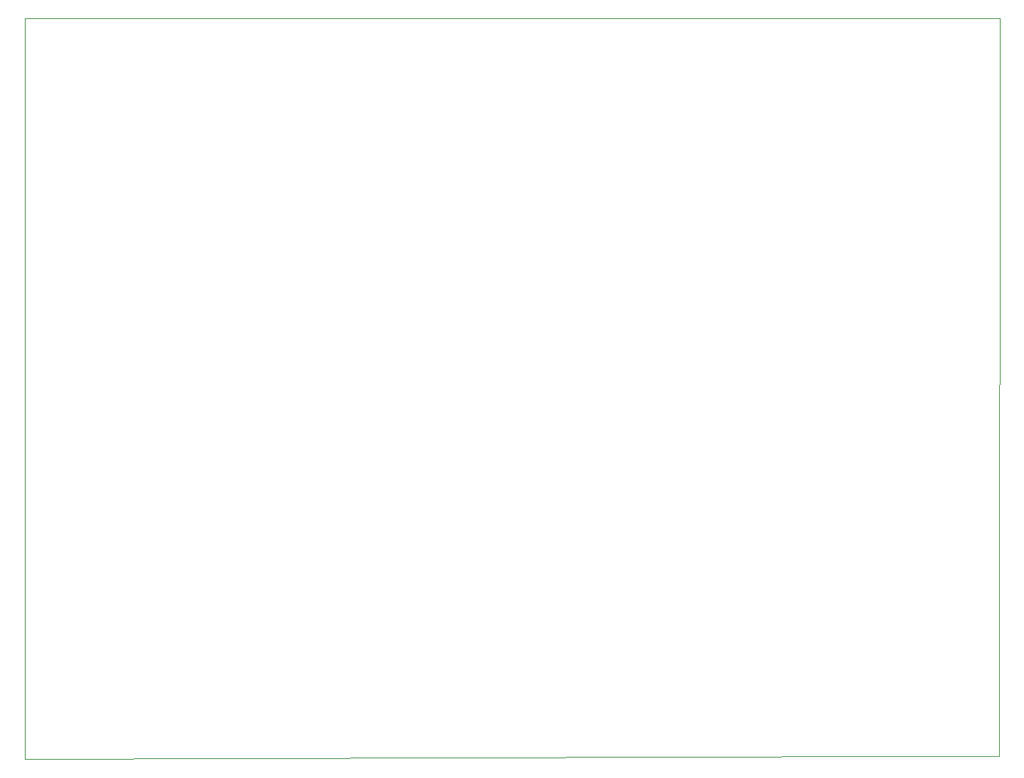
<source format=gm1>
G04 #@! TF.GenerationSoftware,KiCad,Pcbnew,9.0.6*
G04 #@! TF.CreationDate,2025-12-21T20:31:47-08:00*
G04 #@! TF.ProjectId,enviroment_sensor,656e7669-726f-46d6-956e-745f73656e73,rev?*
G04 #@! TF.SameCoordinates,Original*
G04 #@! TF.FileFunction,Profile,NP*
%FSLAX46Y46*%
G04 Gerber Fmt 4.6, Leading zero omitted, Abs format (unit mm)*
G04 Created by KiCad (PCBNEW 9.0.6) date 2025-12-21 20:31:47*
%MOMM*%
%LPD*%
G01*
G04 APERTURE LIST*
G04 #@! TA.AperFunction,Profile*
%ADD10C,0.038100*%
G04 #@! TD*
G04 APERTURE END LIST*
D10*
X42600000Y-34000000D02*
X155500000Y-34000000D01*
X42600000Y-119891389D02*
X42600000Y-34000000D01*
X142600000Y-119500000D02*
X155400000Y-119500000D01*
X42600000Y-119891389D02*
X142600000Y-119500000D01*
X155500000Y-34000000D02*
X155400000Y-119500000D01*
M02*

</source>
